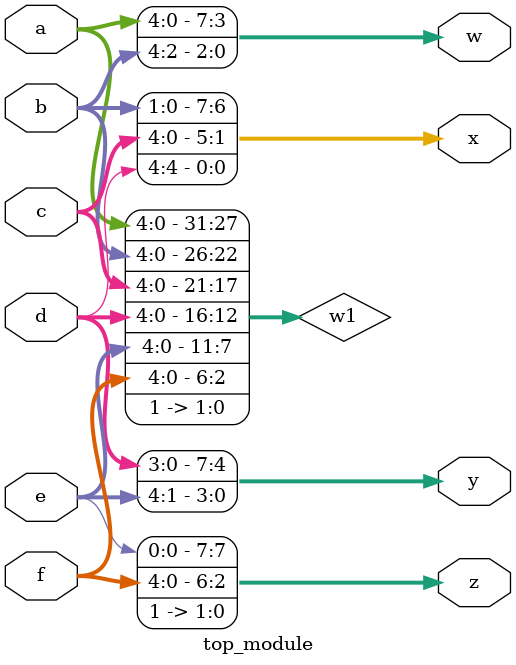
<source format=v>
module top_module (
    input [4:0] a, b, c, d, e, f,
    output [7:0] w, x, y, z );

    wire [31:0] w1 = {a[4:0], b[4:0], c[4:0], d[4:0], e[4:0], f[4:0],2'b11};
    
    assign w = w1[31:24];
    assign x = w1[23:16];
    assign y = w1[15:8];
    assign z = w1[7:0];
    

endmodule

</source>
